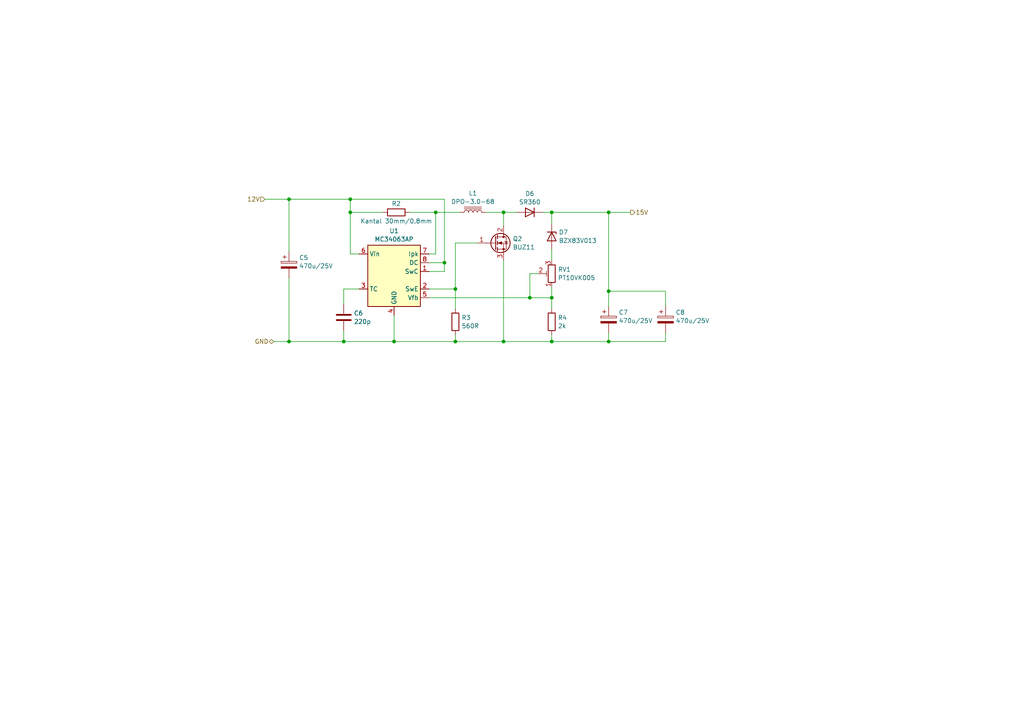
<source format=kicad_sch>
(kicad_sch (version 20231120) (generator "eeschema") (generator_version "8.0")
  (paper "A4")
  (title_block (title "Astrobox ") (date "2024-05-01") (rev "3") (comment 1 "Napajeci modul"))
  (lib_symbols
    (symbol "Device:C" (pin_numbers hide) (pin_names (offset 0.254))
      (property "Reference" "C" (at 0.635 2.54 0))
      (property "Value" "C" (at 0.635 -2.54 0))
      (symbol "C_0_1"
        (polyline (pts (xy -2.032 -0.762) (xy 2.032 -0.762)) (stroke (width 0.508)))
        (polyline (pts (xy -2.032 0.762) (xy 2.032 0.762)) (stroke (width 0.508)))
      )
      (symbol "C_1_1"
        (pin passive line (at 0 3.81 270) (length 2.794) (name "~") (number "1"))
        (pin passive line (at 0 -3.81 90) (length 2.794) (name "~") (number "2"))
      )
    )
    (symbol "Device:C_Polarized" (pin_numbers hide) (pin_names (offset 0.254))
      (property "Reference" "C" (at 0.635 2.54 0))
      (property "Value" "C_Polarized" (at 0.635 -2.54 0))
      (symbol "C_Polarized_0_1"
        (rectangle (start -2.286 0.508) (end 2.286 1.016))
        (polyline (pts (xy -1.778 2.286) (xy -0.762 2.286)))
        (polyline (pts (xy -1.27 2.794) (xy -1.27 1.778)))
        (rectangle (start 2.286 -0.508) (end -2.286 -1.016) (fill (type outline)))
      )
      (symbol "C_Polarized_1_1"
        (pin passive line (at 0 3.81 270) (length 2.794) (name "~") (number "1"))
        (pin passive line (at 0 -3.81 90) (length 2.794) (name "~") (number "2"))
      )
    )
    (symbol "Device:D" (pin_numbers hide) (pin_names (offset 1.016) hide)
      (property "Reference" "D" (at 0 2.54 0))
      (property "Value" "D" (at 0 -2.54 0))
      (symbol "D_0_1"
        (polyline (pts (xy -1.27 1.27) (xy -1.27 -1.27)) (stroke (width 0.254)))
        (polyline (pts (xy 1.27 0) (xy -1.27 0)))
        (polyline (pts (xy 1.27 1.27) (xy 1.27 -1.27) (xy -1.27 0) (xy 1.27 1.27)) (stroke (width 0.254)))
      )
      (symbol "D_1_1"
        (pin passive line (at -3.81 0 0) (length 2.54) (name "K") (number "1"))
        (pin passive line (at 3.81 0 180) (length 2.54) (name "A") (number "2"))
      )
    )
    (symbol "Device:D_Zener" (pin_numbers hide) (pin_names (offset 1.016) hide)
      (property "Reference" "D" (at 0 2.54 0))
      (property "Value" "D_Zener" (at 0 -2.54 0))
      (symbol "D_Zener_0_1"
        (polyline (pts (xy 1.27 0) (xy -1.27 0)))
        (polyline (pts (xy -1.27 -1.27) (xy -1.27 1.27) (xy -0.762 1.27)) (stroke (width 0.254)))
        (polyline (pts (xy 1.27 -1.27) (xy 1.27 1.27) (xy -1.27 0) (xy 1.27 -1.27)) (stroke (width 0.254)))
      )
      (symbol "D_Zener_1_1"
        (pin passive line (at -3.81 0 0) (length 2.54) (name "K") (number "1"))
        (pin passive line (at 3.81 0 180) (length 2.54) (name "A") (number "2"))
      )
    )
    (symbol "Device:L_Iron" (pin_numbers hide) (pin_names (offset 1.016) hide)
      (property "Reference" "L" (at -1.27 0 90))
      (property "Value" "L_Iron" (at 2.794 0 90))
      (symbol "L_Iron_0_1"
        (arc (start 0 -2.54) (mid 0.6323 -1.905) (end 0 -1.27))
        (arc (start 0 -1.27) (mid 0.6323 -0.635) (end 0 0))
        (polyline (pts (xy 1.016 2.54) (xy 1.016 -2.54)))
        (polyline (pts (xy 1.524 -2.54) (xy 1.524 2.54)))
        (arc (start 0 0) (mid 0.6323 0.635) (end 0 1.27))
        (arc (start 0 1.27) (mid 0.6323 1.905) (end 0 2.54))
      )
      (symbol "L_Iron_1_1"
        (pin passive line (at 0 3.81 270) (length 1.27) (name "1") (number "1"))
        (pin passive line (at 0 -3.81 90) (length 1.27) (name "2") (number "2"))
      )
    )
    (symbol "Device:R" (pin_numbers hide) (pin_names (offset 0))
      (property "Reference" "R" (at 2.032 0 90))
      (property "Value" "R" (at 0 0 90))
      (symbol "R_0_1"
        (rectangle (start -1.016 -2.54) (end 1.016 2.54) (stroke (width 0.254)))
      )
      (symbol "R_1_1"
        (pin passive line (at 0 3.81 270) (length 1.27) (name "~") (number "1"))
        (pin passive line (at 0 -3.81 90) (length 1.27) (name "~") (number "2"))
      )
    )
    (symbol "Device:R_Potentiometer_Trim" (pin_names (offset 1.016) hide)
      (property "Reference" "RV" (at -4.445 0 90))
      (property "Value" "R_Potentiometer_Trim" (at -2.54 0 90))
      (symbol "R_Potentiometer_Trim_0_1"
        (polyline (pts (xy 1.524 0.762) (xy 1.524 -0.762)))
        (polyline (pts (xy 2.54 0) (xy 1.524 0)))
        (rectangle (start 1.016 2.54) (end -1.016 -2.54) (stroke (width 0.254)))
      )
      (symbol "R_Potentiometer_Trim_1_1"
        (pin passive line (at 0 3.81 270) (length 1.27) (name "1") (number "1"))
        (pin passive line (at 3.81 0 180) (length 1.27) (name "2") (number "2"))
        (pin passive line (at 0 -3.81 90) (length 1.27) (name "3") (number "3"))
      )
    )
    (symbol "Regulator_Switching:MC34063AP"
      (property "Reference" "U" (at -7.62 8.89 0))
      (property "Value" "MC34063AP" (at 0 8.89 0))
      (symbol "MC34063AP_0_1"
        (rectangle (start -7.62 7.62) (end 7.62 -10.16) (stroke (width 0.254)) (fill (type background)))
      )
      (symbol "MC34063AP_1_1"
        (pin open_collector line (at 10.16 0 180) (length 2.54) (name "SwC") (number "1"))
        (pin open_emitter line (at 10.16 -5.08 180) (length 2.54) (name "SwE") (number "2"))
        (pin passive line (at -10.16 -5.08 0) (length 2.54) (name "TC") (number "3"))
        (pin power_in line (at 0 -12.7 90) (length 2.54) (name "GND") (number "4"))
        (pin input line (at 10.16 -7.62 180) (length 2.54) (name "Vfb") (number "5"))
        (pin power_in line (at -10.16 5.08 0) (length 2.54) (name "Vin") (number "6"))
        (pin input line (at 10.16 5.08 180) (length 2.54) (name "Ipk") (number "7"))
        (pin open_collector line (at 10.16 2.54 180) (length 2.54) (name "DC") (number "8"))
      )
    )
    (symbol "Transistor_FET:BUZ11" (pin_names hide)
      (property "Reference" "Q" (at 5.08 1.905 0))
      (property "Value" "BUZ11" (at 5.08 0 0))
      (symbol "BUZ11_0_1"
        (polyline (pts (xy 0.254 0) (xy -2.54 0)))
        (polyline (pts (xy 0.254 1.905) (xy 0.254 -1.905)) (stroke (width 0.254)))
        (polyline (pts (xy 0.762 -1.27) (xy 0.762 -2.286)) (stroke (width 0.254)))
        (polyline (pts (xy 0.762 0.508) (xy 0.762 -0.508)) (stroke (width 0.254)))
        (polyline (pts (xy 0.762 2.286) (xy 0.762 1.27)) (stroke (width 0.254)))
        (polyline (pts (xy 2.54 2.54) (xy 2.54 1.778)))
        (polyline (pts (xy 2.54 -2.54) (xy 2.54 0) (xy 0.762 0)))
        (polyline (pts (xy 0.762 -1.778) (xy 3.302 -1.778) (xy 3.302 1.778) (xy 0.762 1.778)))
        (polyline (pts (xy 1.016 0) (xy 2.032 0.381) (xy 2.032 -0.381) (xy 1.016 0)) (fill (type outline)))
        (polyline (pts (xy 2.794 0.508) (xy 2.921 0.381) (xy 3.683 0.381) (xy 3.81 0.254)))
        (polyline (pts (xy 3.302 0.381) (xy 2.921 -0.254) (xy 3.683 -0.254) (xy 3.302 0.381)))
        (circle (center 1.651 0) (radius 2.794) (stroke (width 0.254)))
        (circle (center 2.54 -1.778) (radius 0.254) (fill (type outline)))
        (circle (center 2.54 1.778) (radius 0.254) (fill (type outline)))
      )
      (symbol "BUZ11_1_1"
        (pin input line (at -5.08 0 0) (length 2.54) (name "G") (number "1"))
        (pin passive line (at 2.54 5.08 270) (length 2.54) (name "D") (number "2"))
        (pin passive line (at 2.54 -5.08 90) (length 2.54) (name "S") (number "3"))
      )
    )
  )
  (junction (at 101.6 61.595))
  (junction (at 153.67 86.36))
  (junction (at 160.02 86.36))
  (junction (at 132.08 83.82))
  (junction (at 176.53 84.455))
  (junction (at 128.905 76.2))
  (junction (at 160.02 99.06))
  (junction (at 160.02 61.595))
  (junction (at 83.82 57.785))
  (junction (at 132.08 99.06))
  (junction (at 126.365 61.595))
  (junction (at 146.05 61.595))
  (junction (at 99.695 99.06))
  (junction (at 176.53 61.595))
  (junction (at 146.05 99.06))
  (junction (at 83.82 99.06))
  (junction (at 176.53 99.06))
  (junction (at 114.3 99.06))
  (junction (at 101.6 57.785))
  (wire (pts (xy 79.375 99.06) (xy 83.82 99.06)))
  (wire (pts (xy 132.08 83.82) (xy 132.08 89.535)))
  (wire (pts (xy 83.82 99.06) (xy 99.695 99.06)))
  (wire (pts (xy 83.82 57.785) (xy 101.6 57.785)))
  (wire (pts (xy 176.53 61.595) (xy 182.88 61.595)))
  (wire (pts (xy 132.08 70.485) (xy 138.43 70.485)))
  (wire (pts (xy 104.14 73.66) (xy 101.6 73.66)))
  (wire (pts (xy 126.365 61.595) (xy 133.35 61.595)))
  (wire (pts (xy 124.46 76.2) (xy 128.905 76.2)))
  (wire (pts (xy 126.365 61.595) (xy 118.745 61.595)))
  (wire (pts (xy 193.04 84.455) (xy 193.04 88.9)))
  (wire (pts (xy 83.82 57.785) (xy 83.82 73.025)))
  (wire (pts (xy 160.02 99.06) (xy 176.53 99.06)))
  (wire (pts (xy 114.3 99.06) (xy 132.08 99.06)))
  (wire (pts (xy 124.46 83.82) (xy 132.08 83.82)))
  (wire (pts (xy 176.53 96.52) (xy 176.53 99.06)))
  (wire (pts (xy 140.97 61.595) (xy 146.05 61.595)))
  (wire (pts (xy 156.21 79.375) (xy 153.67 79.375)))
  (wire (pts (xy 160.02 99.06) (xy 146.05 99.06)))
  (wire (pts (xy 128.905 76.2) (xy 128.905 57.785)))
  (wire (pts (xy 176.53 99.06) (xy 193.04 99.06)))
  (wire (pts (xy 146.05 61.595) (xy 146.05 65.405)))
  (wire (pts (xy 146.05 99.06) (xy 132.08 99.06)))
  (wire (pts (xy 176.53 84.455) (xy 193.04 84.455)))
  (wire (pts (xy 132.08 97.155) (xy 132.08 99.06)))
  (wire (pts (xy 83.82 99.06) (xy 83.82 80.645)))
  (wire (pts (xy 124.46 86.36) (xy 153.67 86.36)))
  (wire (pts (xy 114.3 91.44) (xy 114.3 99.06)))
  (wire (pts (xy 176.53 84.455) (xy 176.53 61.595)))
  (wire (pts (xy 128.905 78.74) (xy 128.905 76.2)))
  (wire (pts (xy 124.46 73.66) (xy 126.365 73.66)))
  (wire (pts (xy 99.695 83.82) (xy 99.695 88.265)))
  (wire (pts (xy 193.04 99.06) (xy 193.04 96.52)))
  (wire (pts (xy 101.6 61.595) (xy 101.6 57.785)))
  (wire (pts (xy 99.695 95.885) (xy 99.695 99.06)))
  (wire (pts (xy 160.02 61.595) (xy 160.02 64.77)))
  (wire (pts (xy 153.67 79.375) (xy 153.67 86.36)))
  (wire (pts (xy 104.14 83.82) (xy 99.695 83.82)))
  (wire (pts (xy 146.05 75.565) (xy 146.05 99.06)))
  (wire (pts (xy 160.02 97.155) (xy 160.02 99.06)))
  (wire (pts (xy 157.48 61.595) (xy 160.02 61.595)))
  (wire (pts (xy 101.6 73.66) (xy 101.6 61.595)))
  (wire (pts (xy 160.02 61.595) (xy 176.53 61.595)))
  (wire (pts (xy 153.67 86.36) (xy 160.02 86.36)))
  (wire (pts (xy 160.02 86.36) (xy 160.02 89.535)))
  (wire (pts (xy 160.02 72.39) (xy 160.02 75.565)))
  (wire (pts (xy 76.835 57.785) (xy 83.82 57.785)))
  (wire (pts (xy 176.53 88.9) (xy 176.53 84.455)))
  (wire (pts (xy 160.02 83.185) (xy 160.02 86.36)))
  (wire (pts (xy 124.46 78.74) (xy 128.905 78.74)))
  (wire (pts (xy 126.365 73.66) (xy 126.365 61.595)))
  (wire (pts (xy 146.05 61.595) (xy 149.86 61.595)))
  (wire (pts (xy 101.6 57.785) (xy 128.905 57.785)))
  (wire (pts (xy 132.08 83.82) (xy 132.08 70.485)))
  (wire (pts (xy 101.6 61.595) (xy 111.125 61.595)))
  (wire (pts (xy 114.3 99.06) (xy 99.695 99.06)))
  (hierarchical_label "GND" (shape bidirectional) (at 79.375 99.06 180))
  (hierarchical_label "12V" (shape input) (at 76.835 57.785 180))
  (hierarchical_label "15V" (shape output) (at 182.88 61.595 0))
  (symbol (lib_id "Device:C_Polarized") (at 193.04 92.71 0) (unit 1)
    (property "Reference" "C8" (at 195.961 90.6089 0) (effects (justify left)))
    (property "Value" "470u/25V" (at 195.961 93.0331 0) (effects (justify left)))
    (property "Footprint" "Capacitor_SMD:CP_Elec_10x10.5" (effects (hide yes)))
  )
  (symbol (lib_id "Device:D_Zener") (at 160.02 68.58 270) (unit 1)
    (property "Reference" "D7" (at 162.052 67.3679 90) (effects (justify left)))
    (property "Value" "BZX83V013" (at 162.052 69.7921 90) (effects (justify left)))
    (property "Footprint" "Diode_THT:D_DO-35_SOD27_P7.62mm_Horizontal" (effects (hide yes)))
  )
  (symbol (lib_id "Device:R") (at 160.02 93.345 0) (unit 1)
    (property "Reference" "R4" (at 161.798 92.1329 0) (effects (justify left)))
    (property "Value" "2k" (at 161.798 94.5571 0) (effects (justify left)))
    (property "Footprint" "Resistor_SMD:R_1206_3216Metric_Pad1.30x1.75mm_HandSolder" (effects (hide yes)))
  )
  (symbol (lib_id "Device:C") (at 99.695 92.075 0) (unit 1)
    (property "Reference" "C6" (at 102.616 90.8629 0) (effects (justify left)))
    (property "Value" "220p" (at 102.616 93.2871 0) (effects (justify left)))
    (property "Footprint" "Capacitor_SMD:C_1206_3216Metric_Pad1.33x1.80mm_HandSolder" (effects (hide yes)))
  )
  (symbol (lib_id "Regulator_Switching:MC34063AP") (at 114.3 78.74 0) (unit 1)
    (property "Reference" "U1" (at 114.3 66.9757 0))
    (property "Value" "MC34063AP" (at 114.3 69.3999 0))
    (property "Footprint" "Package_DIP:DIP-8_W7.62mm" (effects (hide yes)))
    (property "Datasheet" "http://www.onsemi.com/pub_link/Collateral/MC34063A-D.PDF" (effects (hide yes)))
  )
  (symbol (lib_id "Device:C_Polarized") (at 176.53 92.71 0) (unit 1)
    (property "Reference" "C7" (at 179.451 90.6089 0) (effects (justify left)))
    (property "Value" "470u/25V" (at 179.451 93.0331 0) (effects (justify left)))
    (property "Footprint" "Capacitor_SMD:CP_Elec_10x10.5" (effects (hide yes)))
  )
  (symbol (lib_id "Device:L_Iron") (at 137.16 61.595 90) (unit 1)
    (property "Reference" "L1" (at 137.16 56.0537 90))
    (property "Value" "DPO-3.0-68" (at 137.16 58.4779 90))
    (property "Footprint" "Inductor_THT:L_Toroid_Vertical_L25.4mm_W14.7mm_P12.20mm_Vishay_TJ5" (effects (hide yes)))
  )
  (symbol (lib_id "Device:D") (at 153.67 61.595 180) (unit 1)
    (property "Reference" "D6" (at 153.67 56.1807 0))
    (property "Value" "SR360" (at 153.67 58.6049 0))
    (property "Footprint" "Diode_THT:D_DO-201AD_P15.24mm_Horizontal" (effects (hide yes)))
    (property "Sim.Device" "D" (effects (hide yes)))
    (property "Sim.Pins" "1=K 2=A" (effects (hide yes)))
  )
  (symbol (lib_id "Device:C_Polarized") (at 83.82 76.835 0) (unit 1)
    (property "Reference" "C5" (at 86.741 74.7339 0) (effects (justify left)))
    (property "Value" "470u/25V" (at 86.741 77.1581 0) (effects (justify left)))
    (property "Footprint" "Capacitor_SMD:CP_Elec_10x10.5" (effects (hide yes)))
  )
  (symbol (lib_id "Transistor_FET:BUZ11") (at 143.51 70.485 0) (unit 1)
    (property "Reference" "Q2" (at 148.717 69.2729 0) (effects (justify left)))
    (property "Value" "BUZ11" (at 148.717 71.6971 0) (effects (justify left)))
    (property "Footprint" "Package_TO_SOT_THT:TO-220-3_Vertical" (effects (hide yes)))
    (property "Datasheet" "https://media.digikey.com/pdf/Data%20Sheets/Fairchild%20PDFs/BUZ11.pdf" (effects (hide yes)))
  )
  (symbol (lib_id "Device:R") (at 114.935 61.595 90) (unit 1)
    (property "Reference" "R2" (at 114.935 59.055 90))
    (property "Value" "Kantal 30mm/0.8mm" (at 114.935 64.135 90))
    (property "Footprint" "Resistor_THT:R_Axial_DIN0207_L6.3mm_D2.5mm_P10.16mm_Horizontal" (effects (hide yes)))
  )
  (symbol (lib_id "Device:R_Potentiometer_Trim") (at 160.02 79.375 180) (unit 1)
    (property "Reference" "RV1" (at 161.798 78.1629 0) (effects (justify right)))
    (property "Value" "PT10VK005" (at 161.798 80.5871 0) (effects (justify right)))
    (property "Footprint" "Potentiometer_THT:Potentiometer_Piher_PT-10-V10_Vertical" (effects (hide yes)))
  )
  (symbol (lib_id "Device:R") (at 132.08 93.345 0) (unit 1)
    (property "Reference" "R3" (at 133.858 92.1329 0) (effects (justify left)))
    (property "Value" "560R" (at 133.858 94.5571 0) (effects (justify left)))
    (property "Footprint" "Resistor_SMD:R_1206_3216Metric_Pad1.30x1.75mm_HandSolder" (effects (hide yes)))
  )
)
</source>
